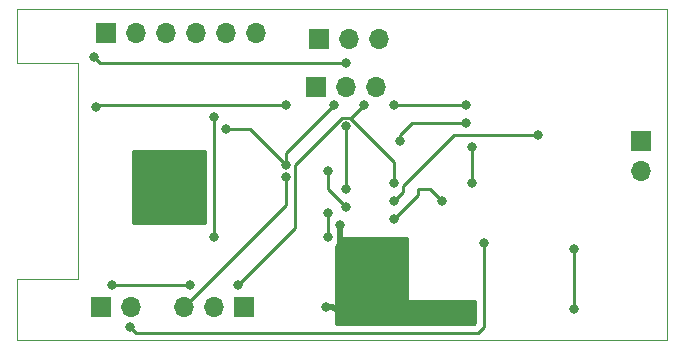
<source format=gbr>
%TF.GenerationSoftware,KiCad,Pcbnew,(5.1.5)-3*%
%TF.CreationDate,2021-02-11T17:51:16-06:00*%
%TF.ProjectId,RTL8720DN multi function board,52544c38-3732-4304-944e-206d756c7469,rev?*%
%TF.SameCoordinates,Original*%
%TF.FileFunction,Copper,L2,Bot*%
%TF.FilePolarity,Positive*%
%FSLAX46Y46*%
G04 Gerber Fmt 4.6, Leading zero omitted, Abs format (unit mm)*
G04 Created by KiCad (PCBNEW (5.1.5)-3) date 2021-02-11 17:51:16*
%MOMM*%
%LPD*%
G04 APERTURE LIST*
%ADD10C,0.120000*%
%ADD11O,1.700000X1.700000*%
%ADD12R,1.700000X1.700000*%
%ADD13C,0.800000*%
%ADD14C,0.250000*%
%ADD15C,0.500000*%
%ADD16C,0.254000*%
G04 APERTURE END LIST*
D10*
X120550000Y-90420000D02*
X120550000Y-108712000D01*
X120550000Y-108712000D02*
X115400000Y-108712000D01*
X115400000Y-90420000D02*
X120550000Y-90420000D01*
X115400000Y-108712000D02*
X115400000Y-113885000D01*
X170400000Y-113885000D02*
X170400000Y-85885000D01*
X115400000Y-113885000D02*
X170400000Y-113885000D01*
X115400000Y-85885000D02*
X115400000Y-90420000D01*
X170400000Y-85885000D02*
X115400000Y-85885000D01*
D11*
X145796000Y-92456000D03*
X143256000Y-92456000D03*
D12*
X140716000Y-92456000D03*
D11*
X135636000Y-87884000D03*
X133096000Y-87884000D03*
X130556000Y-87884000D03*
X128016000Y-87884000D03*
X125476000Y-87884000D03*
D12*
X122936000Y-87884000D03*
D11*
X125095000Y-111125000D03*
D12*
X122555000Y-111125000D03*
D11*
X168275000Y-99568000D03*
D12*
X168275000Y-97028000D03*
D11*
X146050000Y-88392000D03*
X143510000Y-88392000D03*
D12*
X140970000Y-88392000D03*
D11*
X129540000Y-111125000D03*
X132080000Y-111125000D03*
D12*
X134620000Y-111125000D03*
D13*
X144780000Y-93980000D03*
X142240000Y-93980000D03*
X142748000Y-104140000D03*
X128905000Y-99695000D03*
X127635000Y-99695000D03*
X126365000Y-99695000D03*
X126365000Y-102235000D03*
X127635000Y-102235000D03*
X128905000Y-102235000D03*
X128905000Y-100965000D03*
X126365000Y-100965000D03*
X127635000Y-100965000D03*
X130810000Y-99695000D03*
X130810000Y-100965000D03*
X130810000Y-102235000D03*
X153035000Y-111125000D03*
X153670000Y-111760000D03*
X153670000Y-111760000D03*
X141605000Y-111125000D03*
X162560000Y-111252000D03*
X162560000Y-106172000D03*
X147320000Y-100584000D03*
X134112000Y-109220000D03*
X153416000Y-93980000D03*
X147320000Y-93980000D03*
X138176000Y-99060000D03*
X133096000Y-96012000D03*
X138176000Y-93980000D03*
X122100000Y-94160000D03*
X153924000Y-100584000D03*
X153924000Y-97536000D03*
X153416000Y-95504000D03*
X147828000Y-97028000D03*
X138176000Y-100076000D03*
X143256000Y-102616000D03*
X151384000Y-102108000D03*
X147320000Y-103632000D03*
X141732000Y-99568000D03*
X141732000Y-103124000D03*
X141732000Y-105156000D03*
X147320000Y-102108000D03*
X159512000Y-96520000D03*
X159512000Y-96520000D03*
X143256000Y-101092000D03*
X143256000Y-95794999D03*
X121920000Y-89916000D03*
X130048000Y-109220000D03*
X123444000Y-109220000D03*
X143256000Y-90424000D03*
X124968000Y-112776000D03*
X154940000Y-105664000D03*
X132080000Y-94996000D03*
X132080000Y-105156000D03*
D14*
X142748000Y-105792410D02*
X143256000Y-106300410D01*
D15*
X142748000Y-104140000D02*
X142748000Y-105792410D01*
D14*
X143256000Y-106300410D02*
X143256000Y-106680000D01*
D15*
X142170685Y-111125000D02*
X142297685Y-111252000D01*
X141605000Y-111125000D02*
X142170685Y-111125000D01*
D14*
X142297685Y-111252000D02*
X142748000Y-111252000D01*
X162560000Y-106172000D02*
X162560000Y-111252000D01*
X147320000Y-98785997D02*
X147320000Y-100584000D01*
X138901001Y-104430999D02*
X138901001Y-99076996D01*
X143604001Y-95069998D02*
X147320000Y-98785997D01*
X134112000Y-109220000D02*
X138901001Y-104430999D01*
X138901001Y-99076996D02*
X142907999Y-95069998D01*
X142907999Y-95069998D02*
X143604001Y-95069998D01*
X153416000Y-93980000D02*
X147320000Y-93980000D01*
X135128000Y-96012000D02*
X138176000Y-99060000D01*
X133096000Y-96012000D02*
X135128000Y-96012000D01*
X122280000Y-93980000D02*
X122100000Y-94160000D01*
X138176000Y-93980000D02*
X122280000Y-93980000D01*
X153924000Y-100584000D02*
X153924000Y-97536000D01*
X153924000Y-97536000D02*
X153924000Y-97536000D01*
X148844000Y-95504000D02*
X147828000Y-96520000D01*
X153416000Y-95504000D02*
X148844000Y-95504000D01*
X147828000Y-96520000D02*
X147828000Y-97028000D01*
X147828000Y-97028000D02*
X147828000Y-97028000D01*
X150368000Y-101092000D02*
X151384000Y-102108000D01*
X149352000Y-101092000D02*
X150368000Y-101092000D01*
X141732000Y-101092000D02*
X143256000Y-102616000D01*
X141732000Y-99568000D02*
X141732000Y-101092000D01*
X138176000Y-102489000D02*
X129540000Y-111125000D01*
X138176000Y-100076000D02*
X138176000Y-102489000D01*
X149352000Y-101600000D02*
X147320000Y-103632000D01*
X149352000Y-101092000D02*
X149352000Y-101600000D01*
X159512000Y-96520000D02*
X152400000Y-96520000D01*
X143256000Y-95794999D02*
X143256000Y-101092000D01*
X141732000Y-103124000D02*
X141732000Y-105156000D01*
X148045001Y-101382999D02*
X147719999Y-101708001D01*
X148045001Y-100874999D02*
X148045001Y-101382999D01*
X147719999Y-101708001D02*
X147320000Y-102108000D01*
X152400000Y-96520000D02*
X148045001Y-100874999D01*
X130048000Y-109220000D02*
X123444000Y-109220000D01*
X123444000Y-109220000D02*
X123444000Y-109220000D01*
X122428000Y-90424000D02*
X143256000Y-90424000D01*
X121920000Y-89916000D02*
X122428000Y-90424000D01*
X125476000Y-113284000D02*
X124968000Y-112776000D01*
X154432000Y-113284000D02*
X152908000Y-113284000D01*
X154940000Y-112776000D02*
X154432000Y-113284000D01*
X153219002Y-113284000D02*
X152908000Y-113284000D01*
X154940000Y-105664000D02*
X154940000Y-112776000D01*
X152908000Y-113284000D02*
X125476000Y-113284000D01*
X132080000Y-94996000D02*
X132080000Y-105156000D01*
X143690002Y-95069998D02*
X144780000Y-93980000D01*
X143604001Y-95069998D02*
X143690002Y-95069998D01*
X138176000Y-98044000D02*
X142240000Y-93980000D01*
X138176000Y-99060000D02*
X138176000Y-98044000D01*
D16*
G36*
X131318000Y-104013000D02*
G01*
X125222000Y-104013000D01*
X125222000Y-97917000D01*
X131318000Y-97917000D01*
X131318000Y-104013000D01*
G37*
X131318000Y-104013000D02*
X125222000Y-104013000D01*
X125222000Y-97917000D01*
X131318000Y-97917000D01*
X131318000Y-104013000D01*
G36*
X148463000Y-110490000D02*
G01*
X148465440Y-110514776D01*
X148472667Y-110538601D01*
X148484403Y-110560557D01*
X148500197Y-110579803D01*
X148519443Y-110595597D01*
X148541399Y-110607333D01*
X148565224Y-110614560D01*
X148590000Y-110617000D01*
X154180001Y-110617000D01*
X154180001Y-112461197D01*
X154117199Y-112524000D01*
X142428404Y-112524000D01*
X142373804Y-105971944D01*
X142391774Y-105959937D01*
X142535937Y-105815774D01*
X142649205Y-105646256D01*
X142727226Y-105457898D01*
X142762015Y-105283000D01*
X148463000Y-105283000D01*
X148463000Y-110490000D01*
G37*
X148463000Y-110490000D02*
X148465440Y-110514776D01*
X148472667Y-110538601D01*
X148484403Y-110560557D01*
X148500197Y-110579803D01*
X148519443Y-110595597D01*
X148541399Y-110607333D01*
X148565224Y-110614560D01*
X148590000Y-110617000D01*
X154180001Y-110617000D01*
X154180001Y-112461197D01*
X154117199Y-112524000D01*
X142428404Y-112524000D01*
X142373804Y-105971944D01*
X142391774Y-105959937D01*
X142535937Y-105815774D01*
X142649205Y-105646256D01*
X142727226Y-105457898D01*
X142762015Y-105283000D01*
X148463000Y-105283000D01*
X148463000Y-110490000D01*
M02*

</source>
